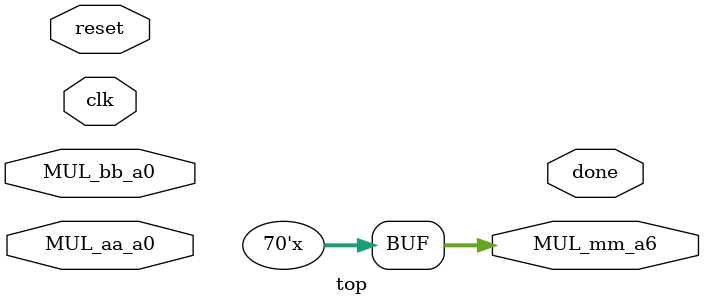
<source format=sv>
   

   //module top(input wire clk, input wire reset, input wire [31:0] cyc_cnt, output wire passed, output wire failed);    /* verilator lint_save */ /* verilator lint_off UNOPTFLAT */  bit [256:0] RW_rand_raw; bit [256+63:0] RW_rand_vect; pseudo_rand #(.WIDTH(257)) pseudo_rand (clk, reset, RW_rand_raw[256:0]); assign RW_rand_vect[256+63:0] = {RW_rand_raw[62:0], RW_rand_raw};  /* verilator lint_restore */  /* verilator lint_off WIDTH */ /* verilator lint_off UNOPTFLAT */
module top(input logic clk, input logic reset, input logic[34:0] MUL_aa_a0, input logic[34:0] MUL_bb_a0, output logic[69:0] MUL_mm_a6, output bit done);
 //_\TLV
   //_|mul
      // Random stimulus
      //_@0
         //assign MUL_aa_a0[34:0] = 'd12345;
         //assign MUL_bb_a0[34:0] = 'd12345;
      // 1. A.lower * B.lower (green rectangle in surf-vhdl diagram)
      //_@1
      `include "top_gen.sv"
         assign MUL_pp1_a1[33:0] = MUL_aa_a1[16:0] * MUL_bb_a1[16:0];
      //_@2
         assign MUL_mm1_a2[16:0] = MUL_pp1_a2[16:0];

      // 2. A.lower * B.upper (lower purple rectangle in surf-vhdl diagram)
      //_@2
         assign MUL_pp2_a2[51:17] = MUL_aa_a2[16:0] * MUL_bb_a2[34:17];
      //_@3
         assign MUL_mm2_a3[52:17] = MUL_pp2_a3[51:17] + MUL_pp1_a3[33:17];

      // 3. A.upper * B.lower (upper purple rectangle in surf-vhdl diagram)
      //_@3
         assign MUL_pp3_a3[51:17] = MUL_aa_a3[34:17] * MUL_bb_a3[16:0];
      //_@4
         assign MUL_mm3_a4[52:17] = MUL_pp3_a4[51:17] + MUL_mm2_a4[52:17];

      // 4. A.upper * B.upper (orange rectangle in surf-vhdl diagram)
      //_@4
         assign MUL_pp4_a4[69:34] = MUL_aa_a4[34:17] * MUL_bb_a4[34:17];
      //_@5
         assign MUL_mm4_a5[69:34] = MUL_pp4_a5[69:34] + MUL_mm3_a5[52:34];

      // Output
      //_@6
         assign MUL_mm_a6[69:0] = {MUL_mm4_a6[69:34], MUL_mm3_a6[33:17], MUL_mm1_a6[16:0]};


      //---------------------
      // Testbench (inlined)

      // Perform full width multiplication and compare with DUT result.
      //_@7
         assign MUL_mm_full_a7[69:0] = MUL_aa_a7 * MUL_bb_a7;
         // Sticky error flag.
         //$Error <= *reset ? 0 : $Error || ($mm_full != $mm);

         //assign done = 1'b1;
         // Assert these to end simulation (before Makerchip cycle limit).
         //assign passed = cyc_cnt > 40;
//_\SV
   endmodule


// Undefine macros defined by SandPiper (in "top_gen.sv").
//`undef BOGUS_USE

</source>
